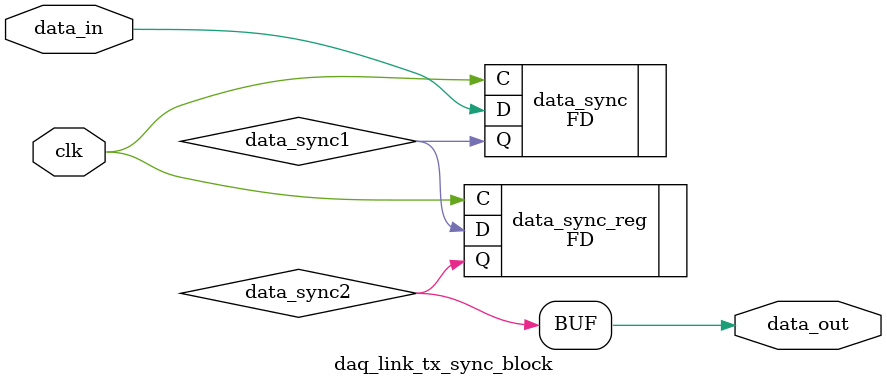
<source format=sv>




`timescale 1ps / 1ps

module daq_link_tx_sync_block #(
  parameter INITIALISE = 2'b00
)
(
  input        clk,              // clock to be sync'ed to
  input        data_in,          // Data to be 'synced'
  output       data_out          // synced data
);

  // Internal Signals
  wire data_sync1;
  wire data_sync2;


  (* shreg_extract = "no", ASYNC_REG = "TRUE" *)
  FD #(
    .INIT (INITIALISE[0])
  ) data_sync (
    .C  (clk),
    .D  (data_in),
    .Q  (data_sync1)
  );


  (* shreg_extract = "no", ASYNC_REG = "TRUE" *)
  FD #(
   .INIT (INITIALISE[1])
  ) data_sync_reg (
  .C  (clk),
  .D  (data_sync1),
  .Q  (data_sync2)
  );


  assign data_out = data_sync2;


endmodule



</source>
